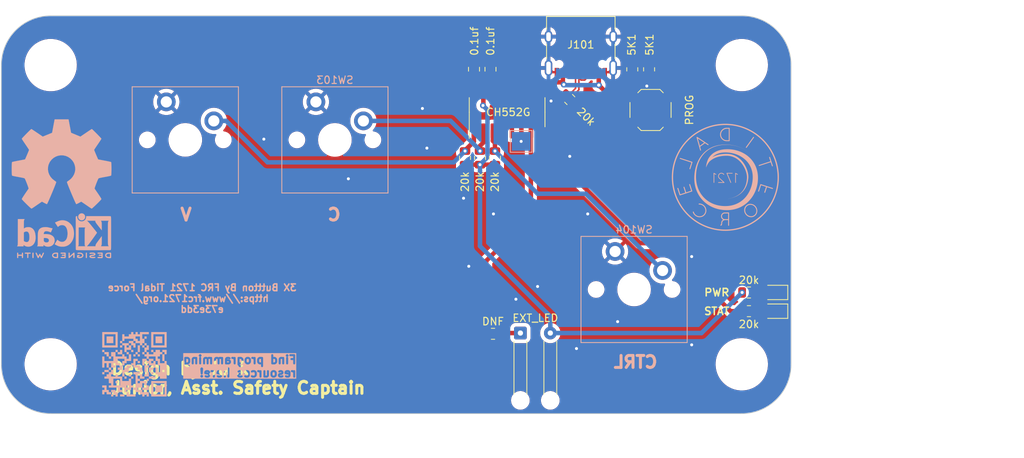
<source format=kicad_pcb>
(kicad_pcb (version 20221018) (generator pcbnew)
  (layers (0 "F.Cu" signal) (31 "B.Cu" signal) (34 "B.Paste" user) (35 "F.Paste" user) (36 "B.SilkS" user "B.Silkscreen") (37 "F.SilkS" user "F.Silkscreen") (38 "B.Mask" user) (39 "F.Mask" user) (44 "Edge.Cuts" user))
  (property "FULL_REVISION" "e73e3dd")
  (property "ISSUE" "2023-05-17")
  (property "REVISION" "e73e3dd")
  (net 0 "")
  (net 1 "GND")
  (net 2 "+5V")
  (net 3 "/USB-")
  (net 4 "/USB+")
  (net 5 "+3V3")
  (net 6 "Net-(D103-A)")
  (net 7 "Net-(D104-A)")
  (net 8 "Net-(J101-CC1)")
  (net 10 "Net-(J101-CC2)")
  (net 12 "Net-(R104-Pad1)")
  (net 13 "/STAT")
  (net 14 "/EXT")
  (net 16 "/RST")
  (net 21 "/SW_SENSE1")
  (net 22 "Net-(J103-Pin_1)")
  (net 23 "/SW_SENSE2")
  (net 24 "/SW_SENSE3")
  (footprint "Resistor_SMD:R_0805_2012Metric" (layer "F.Cu") (at 245.355 100.4 180)
    (fp_text reference "R103" hide)
    (fp_text value "20k" (at 0 1.65) (layer "F.SilkS"))
    (pad "1" smd roundrect (at -0.9125 0 180) (size 1.025 1.4) (layers "F.Cu" "F.Paste" "F.Mask") (roundrect_rratio 0.243902) (net 7 "Net-(D104-A)"))
    (pad "2" smd roundrect (at 0.9125 0 180) (size 1.025 1.4) (layers "F.Cu" "F.Paste" "F.Mask") (roundrect_rratio 0.243902) (net 2 "+5V"))
  )
  (footprint "Resistor_SMD:R_0805_2012Metric" (layer "F.Cu") (at 207.4 82.4 -90)
    (fp_text reference "R105" hide)
    (fp_text value "20k" (at 3.2 0 90) (layer "F.SilkS"))
    (pad "1" smd roundrect (at -0.9125 0 270) (size 1.025 1.4) (layers "F.Cu" "F.Paste" "F.Mask") (roundrect_rratio 0.243902) (net 21 "/SW_SENSE1"))
    (pad "2" smd roundrect (at 0.9125 0 270) (size 1.025 1.4) (layers "F.Cu" "F.Paste" "F.Mask") (roundrect_rratio 0.243902) (net 2 "+5V"))
  )
  (footprint "Resistor_SMD:R_0805_2012Metric" (layer "F.Cu") (at 209.4 82.4 -90)
    (fp_text reference "R107" hide)
    (fp_text value "20k" (at 3.2 0 90) (layer "F.SilkS"))
    (pad "1" smd roundrect (at -0.9125 0 270) (size 1.025 1.4) (layers "F.Cu" "F.Paste" "F.Mask") (roundrect_rratio 0.243902) (net 23 "/SW_SENSE2"))
    (pad "2" smd roundrect (at 0.9125 0 270) (size 1.025 1.4) (layers "F.Cu" "F.Paste" "F.Mask") (roundrect_rratio 0.243902) (net 2 "+5V"))
  )
  (footprint "Connector_Wire:SolderWire-0.15sqmm_1x02_P4mm_D0.5mm_OD1.5mm_Relief" (layer "F.Cu") (at 214.8 105.825)
    (fp_text reference "J103" hide)
    (fp_text value "EXT_LED" (at 2 -2) (layer "F.SilkS"))
    (pad "" np_thru_hole circle (at 0 9) (size 2 2) (drill 2) (layers "*.Cu" "*.Mask"))
    (pad "" np_thru_hole circle (at 4 9) (size 2 2) (drill 2) (layers "*.Cu" "*.Mask"))
    (pad "1" thru_hole roundrect (at 0 0) (size 1.7 1.7) (drill 0.7) (layers "*.Cu" "*.Mask") (roundrect_rratio 0.147059) (net 22 "Net-(J103-Pin_1)"))
    (pad "2" thru_hole circle (at 4 0) (size 1.7 1.7) (drill 0.7) (layers "*.Cu" "*.Mask") (net 2 "+5V"))
  )
  (footprint "LED_SMD:LED_0805_2012Metric" (layer "F.Cu") (at 248.8625 102.9 180)
    (fp_text reference "D103" hide)
    (fp_text value "STAT" (at 6.0075 0) (layer "F.SilkS" knockout) (effects (font (thickness 0.2) bold) (justify right)))
    (pad "1" smd roundrect (at -0.9375 0 180) (size 0.975 1.4) (layers "F.Cu" "F.Paste" "F.Mask") (net 1 "GND"))
    (pad "2" smd roundrect (at 0.9375 0 180) (size 0.975 1.4) (layers "F.Cu" "F.Paste" "F.Mask") (net 6 "Net-(D103-A)"))
  )
  (footprint "Resistor_SMD:R_0805_2012Metric" (layer "F.Cu") (at 221.4 74.6 135)
    (fp_text reference "R104" hide)
    (fp_text value "20k" (at -3.178611 -0.07408 135) (layer "F.SilkS"))
    (pad "1" smd roundrect (at -0.9125 0 135) (size 1.025 1.4) (layers "F.Cu" "F.Paste" "F.Mask") (roundrect_rratio 0.243902) (net 12 "Net-(R104-Pad1)"))
    (pad "2" smd roundrect (at 0.9125 0 135) (size 1.025 1.4) (layers "F.Cu" "F.Paste" "F.Mask") (roundrect_rratio 0.243902) (net 4 "/USB+"))
  )
  (footprint "Capacitor_SMD:C_0805_2012Metric" (layer "F.Cu") (at 210.8 70.55 90)
    (fp_text reference "C104" hide)
    (fp_text value "0.1uf" (at 3.75 0 90) (layer "F.SilkS"))
    (pad "1" smd roundrect (at -0.95 0 90) (size 1 1.45) (layers "F.Cu" "F.Paste" "F.Mask") (net 2 "+5V"))
    (pad "2" smd roundrect (at 0.95 0 90) (size 1 1.45) (layers "F.Cu" "F.Paste" "F.Mask") (net 1 "GND"))
  )
  (footprint "Capacitor_SMD:C_0805_2012Metric" (layer "F.Cu") (at 208.6 70.55 90)
    (fp_text reference "C101" hide)
    (fp_text value "0.1uf" (at 3.75 0.05 90) (layer "F.SilkS"))
    (pad "1" smd roundrect (at -0.95 0 90) (size 1 1.45) (layers "F.Cu" "F.Paste" "F.Mask") (net 5 "+3V3"))
    (pad "2" smd roundrect (at 0.95 0 90) (size 1 1.45) (layers "F.Cu" "F.Paste" "F.Mask") (net 1 "GND"))
  )
  (footprint "Button_Switch_SMD:SW_SPST_TL3342" (layer "F.Cu") (at 232.2 76 180)
    (fp_text reference "SW102" hide)
    (fp_text value "PROG" (at -5.2 0 270) (layer "F.SilkS"))
    (pad "1" smd rect (at -3.15 -1.9 180) (size 1.7 1) (layers "F.Cu" "F.Paste" "F.Mask") (net 12 "Net-(R104-Pad1)"))
    (pad "1" smd rect (at 3.15 -1.9 180) (size 1.7 1) (layers "F.Cu" "F.Paste" "F.Mask") (net 12 "Net-(R104-Pad1)"))
    (pad "2" smd rect (at -3.15 1.9 180) (size 1.7 1) (layers "F.Cu" "F.Paste" "F.Mask") (net 2 "+5V"))
    (pad "2" smd rect (at 3.15 1.9 180) (size 1.7 1) (layers "F.Cu" "F.Paste" "F.Mask") (net 2 "+5V"))
  )
  (footprint "Resistor_SMD:R_0805_2012Metric" (layer "F.Cu") (at 211.4 82.4 -90)
    (fp_text reference "R109" hide)
    (fp_text value "20k" (at 3.2 0 -90) (layer "F.SilkS"))
    (pad "1" smd roundrect (at -0.9125 0 270) (size 1.025 1.4) (layers "F.Cu" "F.Paste" "F.Mask") (roundrect_rratio 0.243902) (net 24 "/SW_SENSE3"))
    (pad "2" smd roundrect (at 0.9125 0 270) (size 1.025 1.4) (layers "F.Cu" "F.Paste" "F.Mask") (roundrect_rratio 0.243902) (net 2 "+5V"))
  )
  (footprint "LED_SMD:LED_0805_2012Metric" (layer "F.Cu") (at 248.8625 100.4 180)
    (fp_text reference "D104" hide)
    (fp_text value "PWR" (at 6.0075 0) (layer "F.SilkS" knockout) (effects (font (size 1 1.06) (thickness 0.2) bold) (justify right)))
    (pad "1" smd roundrect (at -0.9375 0 180) (size 0.975 1.4) (layers "F.Cu" "F.Paste" "F.Mask") (net 1 "GND"))
    (pad "2" smd roundrect (at 0.9375 0 180) (size 0.975 1.4) (layers "F.Cu" "F.Paste" "F.Mask") (net 7 "Net-(D104-A)"))
  )
  (footprint "Resistor_SMD:R_0805_2012Metric" (layer "F.Cu") (at 245.355 102.9 180)
    (fp_text reference "R106" hide)
    (fp_text value "20k" (at 0 -1.75) (layer "F.SilkS"))
    (pad "1" smd roundrect (at -0.9125 0 180) (size 1.025 1.4) (layers "F.Cu" "F.Paste" "F.Mask") (roundrect_rratio 0.243902) (net 6 "Net-(D103-A)"))
    (pad "2" smd roundrect (at 0.9125 0 180) (size 1.025 1.4) (layers "F.Cu" "F.Paste" "F.Mask") (roundrect_rratio 0.243902) (net 13 "/STAT"))
  )
  (footprint "Resistor_SMD:R_0805_2012Metric" (layer "F.Cu") (at 211.1375 105.925 180)
    (fp_text reference "R108" hide)
    (fp_text value "DNF" (at 0 1.65) (layer "F.SilkS"))
    (pad "1" smd roundrect (at -0.9125 0 180) (size 1.025 1.4) (layers "F.Cu" "F.Paste" "F.Mask") (roundrect_rratio 0.243902) (net 22 "Net-(J103-Pin_1)"))
    (pad "2" smd roundrect (at 0.9125 0 180) (size 1.025 1.4) (layers "F.Cu" "F.Paste" "F.Mask") (roundrect_rratio 0.243902) (net 14 "/EXT"))
  )
  (footprint "Resistor_SMD:R_0805_2012Metric" (layer "F.Cu") (at 229.758572 70.5675 90)
    (fp_text reference "R102" hide)
    (fp_text value "5K1" (at 3.2925 -0.078572 90) (layer "F.SilkS"))
    (pad "1" smd roundrect (at -0.9125 0 90) (size 1.025 1.4) (layers "F.Cu" "F.Paste" "F.Mask") (roundrect_rratio 0.243902) (net 1 "GND"))
    (pad "2" smd roundrect (at 0.9125 0 90) (size 1.025 1.4) (layers "F.Cu" "F.Paste" "F.Mask") (roundrect_rratio 0.243902) (net 8 "Net-(J101-CC1)"))
  )
  (footprint "Package_SO:SOP-16_3.9x9.9mm_P1.27mm" (layer "F.Cu") (at 213.025 76.3 90)
    (fp_text reference "U101" hide)
    (fp_text value "CH552G" (at 0 0.155 180) (layer "F.SilkS"))
    (pad "1" smd roundrect (at -2.5 -4.445 90) (size 2 0.6) (layers "F.Cu" "F.Paste" "F.Mask") (net 21 "/SW_SENSE1"))
    (pad "2" smd roundrect (at -2.5 -3.175 90) (size 2 0.6) (layers "F.Cu" "F.Paste" "F.Mask") (net 23 "/SW_SENSE2"))
    (pad "3" smd roundrect (at -2.5 -1.905 90) (size 2 0.6) (layers "F.Cu" "F.Paste" "F.Mask") (net 24 "/SW_SENSE3"))
    (pad "4" smd roundrect (at -2.5 -0.635 90) (size 2 0.6) (layers "F.Cu" "F.Paste" "F.Mask"))
    (pad "5" smd roundrect (at -2.5 0.635 90) (size 2 0.6) (layers "F.Cu" "F.Paste" "F.Mask"))
    (pad "6" smd roundrect (at -2.5 1.905 90) (size 2 0.6) (layers "F.Cu" "F.Paste" "F.Mask") (net 16 "/RST"))
    (pad "7" smd roundrect (at -2.5 3.175 90) (size 2 0.6) (layers "F.Cu" "F.Paste" "F.Mask") (net 14 "/EXT"))
    (pad "8" smd roundrect (at -2.5 4.445 90) (size 2 0.6) (layers "F.Cu" "F.Paste" "F.Mask") (net 13 "/STAT"))
    (pad "9" smd roundrect (at 2.5 4.445 90) (size 2 0.6) (layers "F.Cu" "F.Paste" "F.Mask"))
    (pad "10" smd roundrect (at 2.5 3.175 90) (size 2 0.6) (layers "F.Cu" "F.Paste" "F.Mask"))
    (pad "11" smd roundrect (at 2.5 1.905 90) (size 2 0.6) (layers "F.Cu" "F.Paste" "F.Mask"))
    (pad "12" smd roundrect (at 2.5 0.635 90) (size 2 0.6) (layers "F.Cu" "F.Paste" "F.Mask") (net 4 "/USB+"))
    (pad "13" smd roundrect (at 2.5 -0.635 90) (size 2 0.6) (layers "F.Cu" "F.Paste" "F.Mask") (net 3 "/USB-"))
    (pad "14" smd roundrect (at 2.5 -1.905 90) (size 2 0.6) (layers "F.Cu" "F.Paste" "F.Mask") (net 1 "GND"))
    (pad "15" smd roundrect (at 2.5 -3.175 90) (size 2 0.6) (layers "F.Cu" "F.Paste" "F.Mask") (net 2 "+5V"))
    (pad "16" smd roundrect (at 2.5 -4.445 90) (size 2 0.6) (layers "F.Cu" "F.Paste" "F.Mask") (net 5 "+3V3"))
  )
  (footprint "Resistor_SMD:R_0805_2012Metric" (layer "F.Cu") (at 232.008572 70.5675 90)
    (fp_text reference "R101" hide)
    (fp_text value "5K1" (at 3.2925 0.071428 90) (layer "F.SilkS"))
    (pad "1" smd roundrect (at -0.9125 0 90) (size 1.025 1.4) (layers "F.Cu" "F.Paste" "F.Mask") (roundrect_rratio 0.243902) (net 1 "GND"))
    (pad "2" smd roundrect (at 0.9125 0 90) (size 1.025 1.4) (layers "F.Cu" "F.Paste" "F.Mask") (roundrect_rratio 0.243902) (net 10 "Net-(J101-CC2)"))
  )
  (footprint "Connector_USB:USB_C_Receptacle_XKB_U262-16XN-4BVC11" (layer "F.Cu") (at 222.88 67.275 180)
    (fp_text reference "J101" (at 0 0) (layer "F.SilkS"))
    (fp_text value "USBC")
    (pad "" np_thru_hole circle (at -2.89 -2.605 180) (size 0.65 0.65) (drill 0.65) (layers "*.Cu" "*.Mask"))
    (pad "" np_thru_hole circle (at 2.89 -2.605 180) (size 0.65 0.65) (drill 0.65) (layers "*.Cu" "*.Mask"))
    (pad "A1" smd rect (at -3.35 -3.67 180) (size 0.3 1.15) (layers "F.Cu" "F.Paste" "F.Mask") (net 1 "GND"))
    (pad "A4" smd rect (at -2.55 -3.67 180) (size 0.3 1.15) (layers "F.Cu" "F.Paste" "F.Mask") (net 2 "+5V"))
    (pad "A5" smd rect (at -1.25 -3.67 180) (size 0.3 1.15) (layers "F.Cu" "F.Paste" "F.Mask") (net 8 "Net-(J101-CC1)"))
    (pad "A6" smd rect (at -0.25 -3.67 180) (size 0.3 1.15) (layers "F.Cu" "F.Paste" "F.Mask") (net 4 "/USB+"))
    (pad "A7" smd rect (at 0.25 -3.67 180) (size 0.3 1.15) (layers "F.Cu" "F.Paste" "F.Mask") (net 3 "/USB-"))
    (pad "A8" smd rect (at 1.25 -3.67 180) (size 0.3 1.15) (layers "F.Cu" "F.Paste" "F.Mask"))
    (pad "A9" smd rect (at 2.55 -3.67 180) (size 0.3 1.15) (layers "F.Cu" "F.Paste" "F.Mask") (net 2 "+5V"))
    (pad "A12" smd rect (at 3.35 -3.67 180) (size 0.3 1.15) (layers "F.Cu" "F.Paste" "F.Mask") (net 1 "GND"))
    (pad "B1" smd rect (at 3.05 -3.67 180) (size 0.3 1.15) (layers "F.Cu" "F.Paste" "F.Mask") (net 1 "GND"))
    (pad "B4" smd rect (at 2.25 -3.67 180) (size 0.3 1.15) (layers "F.Cu" "F.Paste" "F.Mask") (net 2 "+5V"))
    (pad "B5" smd rect (at 1.75 -3.67 180) (size 0.3 1.15) (layers "F.Cu" "F.Paste" "F.Mask") (net 10 "Net-(J101-CC2)"))
    (pad "B6" smd rect (at 0.75 -3.67 180) (size 0.3 1.15) (layers "F.Cu" "F.Paste" "F.Mask") (net 4 "/USB+"))
    (pad "B7" smd rect (at -0.75 -3.67 180) (size 0.3 1.15) (layers "F.Cu" "F.Paste" "F.Mask") (net 3 "/USB-"))
    (pad "B8" smd rect (at -1.75 -3.67 180) (size 0.3 1.15) (layers "F.Cu" "F.Paste" "F.Mask"))
    (pad "B9" smd rect (at -2.25 -3.67 180) (size 0.3 1.15) (layers "F.Cu" "F.Paste" "F.Mask") (net 2 "+5V"))
    (pad "B12" smd rect (at -3.05 -3.67 180) (size 0.3 1.15) (layers "F.Cu" "F.Paste" "F.Mask") (net 1 "GND"))
    (pad "S1" thru_hole oval (at -4.32 -3.105 180) (size 1 2.1) (drill oval 0.6 1.7) (layers "*.Cu" "*.Mask") (net 1 "GND"))
    (pad "S1" thru_hole oval (at -4.32 1.075 180) (size 1 1.6) (drill oval 0.6 1.2) (layers "*.Cu" "*.Mask") (net 1 "GND"))
    (pad "S1" thru_hole oval (at 4.32 -3.105 180) (size 1 2.1) (drill oval 0.6 1.7) (layers "*.Cu" "*.Mask") (net 1 "GND"))
    (pad "S1" thru_hole oval (at 4.32 1.075 180) (size 1 1.6) (drill oval 0.6 1.2) (layers "*.Cu" "*.Mask") (net 1 "GND"))
  )
  (footprint "Misc:QRCODE" (layer "B.Cu") (at 163.199998 110 180)
    (fp_text reference "G***" hide)
    (fp_text value "LOGO" hide)
  )
  (footprint "1721:TIDAL_FORCE_LOGO" (layer "B.Cu") (at 242.2 85 180)
    (fp_text reference "G***" hide)
    (fp_text value "LOGO" hide)
  )
  (footprint "Symbol:KiCad-Logo2_5mm_SilkScreen" (layer "B.Cu") (at 153.799998 92.8 180)
    (fp_text reference "REF**" hide)
    (fp_text value "KiCad-Logo2_5mm_SilkScreen" hide)
  )
  (footprint "Switch_Keyboard_Cherry_MX:SW_Cherry_MX_PCB" (layer "B.Cu") (at 190 80 180)
    (fp_text reference "SW103" (at 0 8) (layer "B.SilkS") (effects (justify mirror)))
    (fp_text value "Switch")
    (pad "" np_thru_hole circle (at -5.08 0 180) (size 1.75 1.75) (drill 1.75) (layers "*.Cu" "*.Mask"))
    (pad "" np_thru_hole circle (at 0 0 180) (size 4 4) (drill 4) (layers "*.Cu" "*.Mask"))
    (pad "" np_thru_hole circle (at 5.08 0 180) (size 1.75 1.75) (drill 1.75) (layers "*.Cu" "*.Mask"))
    (pad "1" thru_hole circle (at -3.81 2.54 180) (size 2.5 2.5) (drill 1.5) (layers "*.Cu" "F.Mask") (net 23 "/SW_SENSE2"))
    (pad "2" thru_hole circle (at 2.54 5.08 180) (size 2.5 2.5) (drill 1.5) (layers "*.Cu" "F.Mask") (net 1 "GND"))
  )
  (footprint "MountingHole:MountingHole_6.5mm" (layer "B.Cu") (at 152 70 180)
    (fp_text reference "H103" hide)
    (fp_text value "MountingHole" hide)
    (pad "" np_thru_hole circle (at 0 0 180) (size 6.5 6.5) (drill 6.5) (layers "*.Cu" "*.Mask"))
  )
  (footprint "MountingHole:MountingHole_6.5mm" (layer "B.Cu") (at 244.4 70 -90)
    (fp_text reference "H104" hide)
    (fp_text value "MountingHole" hide)
    (pad "" np_thru_hole circle (at 0 0 270) (size 6.5 6.5) (drill 6.5) (layers "*.Cu" "*.Mask"))
  )
  (footprint "MountingHole:MountingHole_6.5mm" (layer "B.Cu") (at 244.4 110 180)
    (fp_text reference "H101" hide)
    (fp_text value "MountingHole" hide)
    (pad "" np_thru_hole circle (at 0 0 180) (size 6.5 6.5) (drill 6.5) (layers "*.Cu" "*.Mask"))
  )
  (footprint "Switch_Keyboard_Cherry_MX:SW_Cherry_MX_PCB" (layer "B.Cu") (at 230 100 180)
    (fp_text reference "SW104" (at 0 8) (layer "B.SilkS") (effects (justify mirror)))
    (fp_text value "Switch")
    (pad "" np_thru_hole circle (at -5.08 0 180) (size 1.75 1.75) (drill 1.75) (layers "*.Cu" "*.Mask"))
    (pad "" np_thru_hole circle (at 0 0 180) (size 4 4) (drill 4) (layers "*.Cu" "*.Mask"))
    (pad "" np_thru_hole circle (at 5.08 0 180) (size 1.75 1.75) (drill 1.75) (layers "*.Cu" "*.Mask"))
    (pad "1" thru_hole circle (at -3.81 2.54 180) (size 2.5 2.5) (drill 1.5) (layers "*.Cu" "F.Mask") (net 24 "/SW_SENSE3"))
    (pad "2" thru_hole circle (at 2.54 5.08 180) (size 2.5 2.5) (drill 1.5) (layers "*.Cu" "F.Mask") (net 1 "GND"))
  )
  (footprint "Symbol:OSHW-Symbol_13.4x12mm_SilkScreen" (layer "B.Cu") (at 153.47857 83.25 180)
    (fp_text reference "REF**" hide)
    (fp_text value "OSHW-Symbol_13.4x12mm_SilkScreen" hide)
  )
  (footprint "MountingHole:MountingHole_6.5mm" (layer "B.Cu") (at 152 110 180)
    (fp_text reference "H102" hide)
    (fp_text value "MountingHole" hide)
    (pad "" np_thru_hole circle (at 0 0 180) (size 6.5 6.5) (drill 6.5) (layers "*.Cu" "*.Mask"))
  )
  (footprint "Switch_Keyboard_Cherry_MX:SW_Cherry_MX_PCB" (layer "B.Cu") (at 170 80 180)
    (fp_text reference "SW101" hide)
    (fp_text value "Switch")
    (pad "" np_thru_hole circle (at -5.08 0 180) (size 1.75 1.75) (drill 1.75) (layers "*.Cu" "*.Mask"))
    (pad "" np_thru_hole circle (at 0 0 180) (size 4 4) (drill 4) (layers "*.Cu" "*.Mask"))
    (pad "" np_thru_hole circle (at 5.08 0 180) (size 1.75 1.75) (drill 1.75) (layers "*.Cu" "*.Mask"))
    (pad "1" thru_hole circle (at -3.81 2.54 180) (size 2.5 2.5) (drill 1.5) (layers "*.Cu" "F.Mask") (net 21 "/SW_SENSE1"))
    (pad "2" thru_hole circle (at 2.54 5.08 180) (size 2.5 2.5) (drill 1.5) (layers "*.Cu" "F.Mask") (net 1 "GND"))
  )
  (footprint "TestPoint:TestPoint_Pad_2.5x2.5mm" (layer "B.Cu") (at 214.9 80.2 180)
    (fp_text reference "TP101" hide)
    (fp_text value "TestPoint" hide)
    (pad "1" smd rect (at 0 0 180) (size 2.5 2.5) (layers "B.Cu" "B.Mask") (net 16 "/RST"))
  )
  (gr_arc (start 244.4 63.4) (mid 249.066905 65.333095) (end 251 70) (stroke (width 0.1)) (layer "Edge.Cuts"))
  (gr_line (start 145.399998 70) (end 145.399998 110) (stroke (width 0.1)) (layer "Edge.Cuts"))
  (gr_line (start 152 116.6) (end 244.4 116.6) (stroke (width 0.1)) (layer "Edge.Cuts"))
  (gr_arc (start 251 110) (mid 249.066905 114.666905) (end 244.4 116.6) (stroke (width 0.1)) (layer "Edge.Cuts"))
  (gr_line (start 251 70) (end 251 110) (stroke (width 0.1)) (layer "Edge.Cuts"))
  (gr_line (start 244.4 63.4) (end 152 63.4) (stroke (width 0.1)) (layer "Edge.Cuts"))
  (gr_arc (start 152 116.6) (mid 147.333096 114.666904) (end 145.4 110) (stroke (width 0.1)) (layer "Edge.Cuts"))
  (gr_arc (start 145.4 70) (mid 147.333096 65.333096) (end 152 63.4) (stroke (width 0.1)) (layer "Edge.Cuts"))
  (gr_text "3X Buttton By FRC 1721 Tidal Force\nhttps://www.frc1721.org/\n${FULL_REVISION}" (at 172.249998 101.2) (layer "B.SilkS") (effects (font (size 0.9 0.9) (thickness 0.2)) (justify mirror)))
  (gr_text "Find programming \nresources here!" (at 184.999998 111.8) (layer "B.SilkS" knockout) (effects (font (size 1.1 1.1) (thickness 0.275) bold) (justify left bottom mirror)))
  (gr_text "CTRL" (at 230.2 109.7) (layer "B.SilkS") (effects (font (size 1.6 1.6) (thickness 0.4) bold) (justify mirror)))
  (gr_text "C" (at 189.9 90) (layer "B.SilkS") (effects (font (size 1.6 1.6) (thickness 0.4) bold) (justify mirror)))
  (gr_text "V" (at 170.1 90) (layer "B.SilkS") (effects (font (size 1.6 1.6) (thickness 0.4) bold) (justify mirror)))
  (gr_text "Design by Jack\nJunior, Asst. Safety Captain " (at 159.9 114.1) (layer "F.SilkS") (effects (font (size 1.6 1.6) (thickness 0.4) bold) (justify left bottom)))
  (segment (start 225.93 70.945) (end 226.635 70.945) (width 0.3) (layer "F.Cu") (net 1))
  (segment (start 219.125 70.945) (end 218.56 70.38) (width 0.3) (layer "F.Cu") (net 1))
  (segment (start 226.635 70.945) (end 227.2 70.38) (width 0.3) (layer "F.Cu") (net 1))
  (segment (start 219.83 70.945) (end 219.125 70.945) (width 0.3) (layer "F.Cu") (net 1))
  (via (at 211.2 89.9) (size 0.8) (drill 0.4) (layers "F.Cu" "B.Cu") (net 1))
  (via (at 207.2 87.8) (size 0.8) (drill 0.4) (layers "F.Cu" "B.Cu") (net 1))
  (via (at 202.3 81.1) (size 0.8) (drill 0.4) (layers "F.Cu" "B.Cu") (net 1))
  (via (at 214.2 101.3) (size 0.8) (drill 0.4) (layers "F.Cu" "B.Cu") (net 1))
  (via (at 223.8 89.9) (size 0.8) (drill 0.4) (layers "F.Cu" "B.Cu") (net 1))
  (via (at 237.7 107.4) (size 0.8) (drill 0.4) (layers "F.Cu" "B.Cu") (net 1))
  (via (at 227.8 104.3) (size 0.8) (drill 0.4) (layers "F.Cu" "B.Cu") (net 1))
  (via (at 218.9 74.8) (size 0.8) (drill 0.4) (layers "F.Cu" "B.Cu") (net 1))
  (via (at 222.3 107.9) (size 0.8) (drill 0.4) (layers "F.Cu" "B.Cu") (net 1))
  (via (at 207.9 96.9) (size 0.8) (drill 0.4) (layers "F.Cu" "B.Cu") (net 1))
  (via (at 221.4 82.2) (size 0.8) (drill 0.4) (layers "F.Cu" "B.Cu") (net 1))
  (via (at 201.7 75.8) (size 0.8) (drill 0.4) (layers "F.Cu" "B.Cu") (net 1))
  (via (at 180.5 79.9) (size 0.8) (drill 0.4) (layers "F.Cu" "B.Cu") (net 1))
  (via (at 237.7 95.6) (size 0.8) (drill 0.4) (layers "F.Cu" "B.Cu") (net 1))
  (via (at 231.7 72.8) (size 0.8) (drill 0.4) (layers "F.Cu" "B.Cu") (net 1))
  (via (at 191.8 85.2) (size 0.8) (drill 0.4) (layers "F.Cu" "B.Cu") (net 1))
  (via (at 217.1 99.6) (size 0.8) (drill 0.4) (layers "F.Cu" "B.Cu") (net 1))
  (segment (start 216.9 71.5) (end 210.8 71.5) (width 0.6) (layer "F.Cu") (net 2))
  (segment (start 220.6 72.6) (end 220.3 72.3) (width 0.6) (layer "F.Cu") (net 2))
  (segment (start 229.05 74.1) (end 226.7 74.1) (width 0.6) (layer "F.Cu") (net 2))
  (segment (start 209.85 73.8) (end 209.85 75.35) (width 0.6) (layer "F.Cu") (net 2))
  (segment (start 225.28 72.68) (end 225.28 70.945) (width 0.6) (layer "F.Cu") (net 2))
  (segment (start 209.4 83.3125) (end 211.4 83.3125) (width 0.6) (layer "F.Cu") (net 2))
  (segment (start 209.4 83.3125) (end 207.4 83.3125) (width 0.6) (layer "F.Cu") (net 2))
  (segment (start 229.05 74.1) (end 235.35 74.1) (width 0.6) (layer "F.Cu") (net 2))
  (segment (start 220.48 72.48) (end 220.48 70.945) (width 0.6) (layer "F.Cu") (net 2))
  (segment (start 226.7 74.1) (end 225.28 72.68) (width 0.6) (layer "F.Cu") (net 2))
  (segment (start 217.7 72.3) (end 216.9 71.5) (width 0.6) (layer "F.Cu") (net 2))
  (segment (start 210.8 71.5) (end 209.85 72.45) (width 0.6) (layer "F.Cu") (net 2))
  (segment (start 220.6 72.6) (end 220.48 72.48) (width 0.6) (layer "F.Cu") (net 2))
  (segment (start 209.85 75.35) (end 209.8 75.4) (width 0.6) (layer "F.Cu") (net 2))
  (segment (start 209.85 72.45) (end 209.85 73.8) (width 0.6) (layer "F.Cu") (net 2))
  (segment (start 220.3 72.3) (end 217.7 72.3) (width 0.6) (layer "F.Cu") (net 2))
  (via (at 225.28 72.68) (size 0.8) (drill 0.4) (layers "F.Cu" "B.Cu") (net 2))
  (via (at 209.4 83.3125) (size 0.8) (drill 0.4) (layers "F.Cu" "B.Cu") (net 2))
  (via (at 209.8 75.4) (size 0.8) (drill 0.4) (layers "F.Cu" "B.Cu") (net 2))
  (via (at 225.28 72.68) (size 0.8) (drill 0.4) (layers "F.Cu" "B.Cu") (net 2))
  (via (at 244.4425 100.4) (size 0.8) (drill 0.4) (layers "F.Cu" "B.Cu") (net 2))
  (via (at 220.6 72.6) (size 0.8) (drill 0.4) (layers "F.Cu" "B.Cu") (net 2))
  (via (at 225.28 72.68) (size 0.8) (drill 0.4) (layers "F.Cu" "B.Cu") (net 2))
  (segment (start 225.28 72.68) (end 220.68 72.68) (width 0.6) (layer "B.Cu") (net 2))
  (segment (start 209.4 83.3125) (end 209.4 94.2) (width 0.6) (layer "B.Cu") (net 2))
  (segment (start 218.8 103.6) (end 218.8 105.825) (width 0.6) (layer "B.Cu") (net 2))
  (segment (start 209.4 94.2) (end 218.8 103.6) (width 0.6) (layer "B.Cu") (net 2))
  (segment (start 209.8 75.4) (end 210.4 76) (width 0.6) (layer "B.Cu") (net 2))
  (segment (start 239.0175 105.825) (end 244.4425 100.4) (width 0.6) (layer "B.Cu") (net 2))
  (segment (start 210.4 76) (end 210.4 82.3125) (width 0.6) (layer "B.Cu") (net 2))
  (segment (start 218.8 105.825) (end 239.0175 105.825) (width 0.6) (layer "B.Cu") (net 2))
  (segment (start 210.4 82.3125) (end 209.4 83.3125) (width 0.6) (layer "B.Cu") (net 2))
  (segment (start 220.68 72.68) (end 220.6 72.6) (width 0.6) (layer "B.Cu") (net 2))
  (segment (start 222.625 73.2932) (end 222.625 71) (width 0.2) (layer "F.Cu") (net 3))
  (segment (start 212.7 74.8182) (end 214.197616 76.315816) (width 0.2) (layer "F.Cu") (net 3))
  (segment (start 222.9125 72) (end 223.4 72) (width 0.2) (layer "F.Cu") (net 3))
  (segment (start 214.197616 76.315816) (end 219.602384 76.315816) (width 0.2) (layer "F.Cu") (net 3))
  (segment (start 222.625 71.6) (end 222.625 71.7125) (width 0.2) (layer "F.Cu") (net 3))
  (segment (start 223.4 72) (end 223.63 71.77) (width 0.2) (layer "F.Cu") (net 3))
  (segment (start 212.7 74.11) (end 212.7 74.8182) (width 0.2) (layer "F.Cu") (net 3))
  (segment (start 212.39 73.8) (end 212.7 74.11) (width 0.2) (layer "F.Cu") (net 3))
  (segment (start 223.63 71.77) (end 223.63 70.945) (width 0.2) (layer "F.Cu") (net 3))
  (segment (start 222.625 71.7125) (end 222.9125 72) (width 0.2) (layer "F.Cu") (net 3))
  (segment (start 219.602384 76.315816) (end 222.625 73.2932) (width 0.2) (layer "F.Cu") (net 3))
  (segment (start 222.4 69.8) (end 222.13 70.07) (width 0.2) (layer "F.Cu") (net 4))
  (segment (start 214.384016 75.865816) (end 219.415984 75.865816) (width 0.2) (layer "F.Cu") (net 4))
  (segment (start 213.3 74.7818) (end 214.384016 75.865816) (width 0.2) (layer "F.Cu") (net 4))
  (segment (start 213.66 73.8) (end 213.3 74.16) (width 0.2) (layer "F.Cu") (net 4))
  (segment (start 223.13 70.945) (end 223.13 70.06) (width 0.2) (layer "F.Cu") (net 4))
  (segment (start 223.13 70.06) (end 222.87 69.8) (width 0.2) (layer "F.Cu") (net 4))
  (segment (start 222.87 69.8) (end 222.4 69.8) (width 0.2) (layer "F.Cu") (net 4))
  (segment (start 222.175 73.1068) (end 222.175 71) (width 0.2) (layer "F.Cu") (net 4))
  (segment (start 222.13 70.07) (end 222.13 70.945) (width 0.2) (layer "F.Cu") (net 4))
  (segment (start 213.3 74.16) (end 213.3 74.7818) (width 0.2) (layer "F.Cu") (net 4))
  (segment (start 219.415984 75.865816) (end 222.175 73.1068) (width 0.2) (layer "F.Cu") (net 4))
  (segment (start 208.58 71.52) (end 208.6 71.5) (width 0.6) (layer "F.Cu") (net 5))
  (segment (start 208.58 73.8) (end 208.58 71.52) (width 0.6) (layer "F.Cu") (net 5))
  (segment (start 247.925 102.9) (end 246.2675 102.9) (width 0.6) (layer "F.Cu") (net 6))
  (segment (start 246.2675 100.4) (end 247.925 100.4) (width 0.6) (layer "F.Cu") (net 7))
  (segment (start 228.9 68.5) (end 225.6 68.5) (width 0.3) (layer "F.Cu") (net 8))
  (segment (start 229.758572 69.655) (end 229.758572 69.358572) (width 0.3) (layer "F.Cu") (net 8))
  (segment (start 224.13 69.97) (end 224.13 70.945) (width 0.3) (layer "F.Cu") (net 8))
  (segment (start 225.6 68.5) (end 224.13 69.97) (width 0.3) (layer "F.Cu") (net 8))
  (segment (start 229.758572 69.358572) (end 228.9 68.5) (width 0.3) (layer "F.Cu") (net 8))
  (segment (start 221.13 70.945) (end 221.13 70.07) (width 0.3) (layer "F.Cu") (net 10))
  (segment (start 223.2 68) (end 231.1 68) (width 0.3) (layer "F.Cu") (net 10))
  (segment (start 232.008572 68.908572) (end 232.008572 69.655) (width 0.3) (layer "F.Cu") (net 10))
  (segment (start 231.1 68) (end 232.008572 68.908572) (width 0.3) (layer "F.Cu") (net 10))
  (segment (start 221.13 70.07) (end 223.2 68) (width 0.3) (layer "F.Cu") (net 10))
  (segment (start 229.05 77.9) (end 235.35 77.9) (width 0.6) (layer "F.Cu") (net 12))
  (segment (start 222.045235 75.245235) (end 224.7 77.9) (width 0.6) (layer "F.Cu") (net 12))
  (segment (start 224.7 77.9) (end 229.05 77.9) (width 0.6) (layer "F.Cu") (net 12))
  (segment (start 244.4425 102.9) (end 242.9 102.9) (width 0.6) (layer "F.Cu") (net 13))
  (segment (start 233.8 93.8) (end 230.8 93.8) (width 0.6) (layer "F.Cu") (net 13))
  (segment (start 217.47 80.47) (end 217.47 78.8) (width 0.6) (layer "F.Cu") (net 13))
  (segment (start 230.8 93.8) (end 217.47 80.47) (width 0.6) (layer "F.Cu") (net 13))
  (segment (start 242.9 102.9) (end 233.8 93.8) (width 0.6) (layer "F.Cu") (net 13))
  (segment (start 210.225 105.925) (end 210.225 96.175) (width 0.6) (layer "F.Cu") (net 14))
  (segment (start 216.2 90.2) (end 216.2 78.8) (width 0.6) (layer "F.Cu") (net 14))
  (segment (start 210.225 96.175) (end 216.2 90.2) (width 0.6) (layer "F.Cu") (net 14))
  (segment (start 214.93 80.17) (end 214.9 80.2) (width 0.3) (layer "F.Cu") (net 16))
  (segment (start 214.93 78.8) (end 214.93 80.17) (width 0.3) (layer "F.Cu") (net 16))
  (via (at 214.9 80.2) (size 0.8) (drill 0.4) (layers "F.Cu" "B.Cu") (net 16))
  (segment (start 208.58 80.22) (end 208.58 78.8) (width 0.6) (layer "F.Cu") (net 21))
  (segment (start 207.4 81.4875) (end 207.4 81.4) (width 0.6) (layer "F.Cu") (net 21))
  (segment (start 207.4 81.4) (end 208.58 80.22) (width 0.6) (layer "F.Cu") (net 21))
  (via (at 207.4 81.4875) (size 0.8) (drill 0.4) (layers "F.Cu" "B.Cu") (net 21))
  (segment (start 205.8875 83) (end 207.4 81.4875) (width 0.6) (layer "B.Cu") (net 21))
  (segment (start 175.46 77.46) (end 181 83) (width 0.6) (layer "B.Cu") (net 21))
  (segment (start 173.81 77.46) (end 175.46 77.46) (width 0.6) (layer "B.Cu") (net 21))
  (segment (start 181 83) (end 205.8875 83) (width 0.6) (layer "B.Cu") (net 21))
  (segment (start 212.15 105.825) (end 212.05 105.925) (width 0.6) (layer "F.Cu") (net 22))
  (segment (start 214.8 105.825) (end 212.15 105.825) (width 0.6) (layer "F.Cu") (net 22))
  (segment (start 209.85 80.35) (end 209.4 80.8) (width 0.6) (layer "F.Cu") (net 23))
  (segment (start 209.85 78.8) (end 209.85 80.35) (width 0.6) (layer "F.Cu") (net 23))
  (segment (start 209.4 80.8) (end 209.4 81.4875) (width 0.6) (layer "F.Cu") (net 23))
  (via (at 209.4 81.4875) (size 0.8) (drill 0.4) (layers "F.Cu" "B.Cu") (net 23))
  (segment (start 205.46 77.46) (end 193.81 77.46) (width 0.6) (layer "B.Cu") (net 23))
  (segment (start 209.4 81.4875) (end 209.4 81.4) (width 0.6) (layer "B.Cu") (net 23))
  (segment (start 209.4 81.4) (end 205.46 77.46) (width 0.6) (layer "B.Cu") (net 23))
  (segment (start 211.12 78.8) (end 211.12 80.12) (width 0.6) (layer "F.Cu") (net 24))
  (segment (start 211.4 80.4) (end 211.4 81.4875) (width 0.6) (layer "F.Cu") (net 24))
  (segment (start 211.12 80.12) (end 211.4 80.4) (width 0.6) (layer "F.Cu") (net 24))
  (via (at 211.4 81.4875) (size 0.8) (drill 0.4) (layers "F.Cu" "B.Cu") (net 24))
  (segment (start 233.81 97.46) (end 223.55 87.2) (width 0.6) (layer "B.Cu") (net 24))
  (segment (start 217.1125 87.2) (end 211.4 81.4875) (width 0.6) (layer "B.Cu") (net 24))
  (segment (start 223.55 87.2) (end 217.1125 87.2) (width 0.6) (layer "B.Cu") (net 24))
  (zone (net 1) (net_name "GND") (layers "F&B.Cu") (connect_pads (clearance 0.508)) (min_thickness 0.254) (fill yes (thermal_gap 0.508) (thermal_bridge_width 0.508))
    (polygon (pts (xy 145.399998 63.4) (xy 145.399998 116.6) (xy 251.035198 116.6) (xy 251.035198 63.4)))
  )
)
</source>
